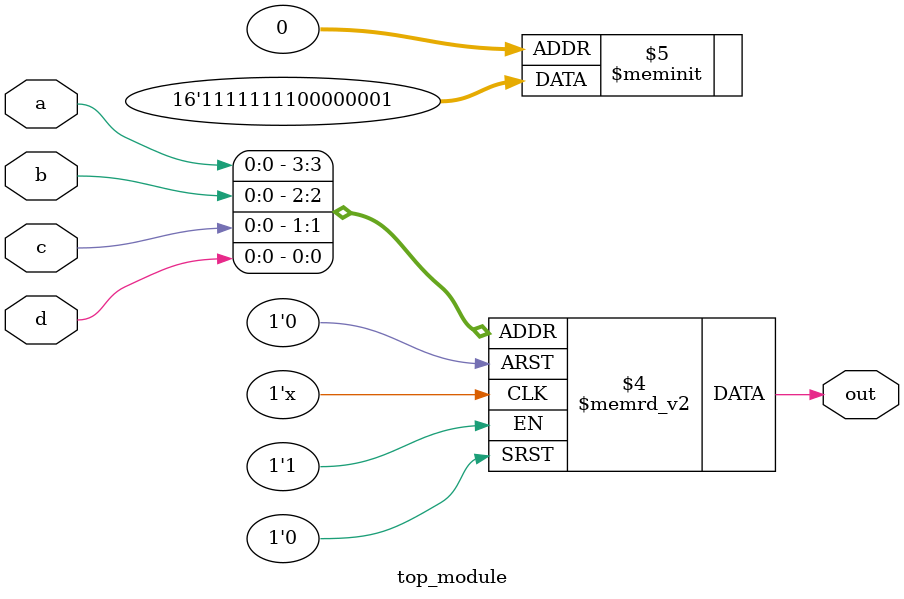
<source format=sv>
module top_module (
    input a, 
    input b,
    input c,
    input d,
    output reg out
);

    always @(*)
    begin
        case({a,b,c,d})
            4'b0000: out = 1'b1;
            4'b0001: out = 1'b0;
            4'b0010: out = 1'd0; // Fix: Use 1'd0 instead of 1'b1
            4'b0011: out = 1'd0; // Fix: Use 1'd0 instead of 1'b1
            4'b0100: out = 1'b0;
            4'b0101: out = 1'd0; // Fix: Use 1'd0 instead of 1'b0
            4'b0110: out = 1'd0; // Fix: Use 1'd0 instead of 1'b0
            4'b0111: out = 1'd0; // Fix: Use 1'd0 instead of 1'b0
            4'b1000: out = 1'b1;
            4'b1001: out = 1'b1;
            4'b1010: out = 1'b1;
            4'b1011: out = 1'b1;
            4'b1100: out = 1'b1;
            4'b1101: out = 1'b1;
            4'b1110: out = 1'b1;
            default: out = 1'b1;
        endcase
    end

endmodule

</source>
